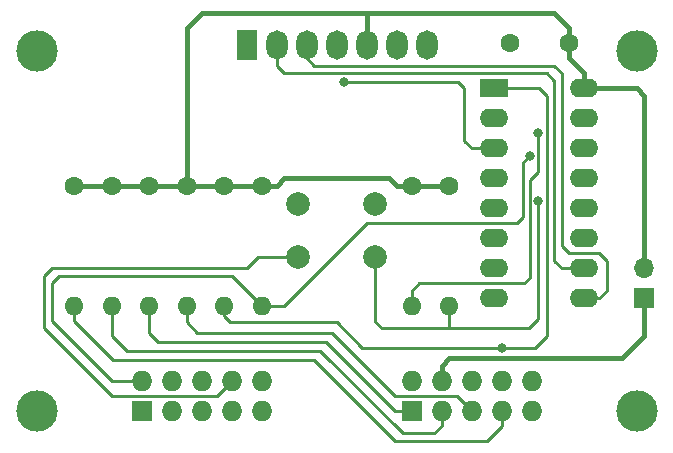
<source format=gtl>
G04 #@! TF.GenerationSoftware,KiCad,Pcbnew,(5.1.8)-1*
G04 #@! TF.CreationDate,2022-02-20T21:38:46+01:00*
G04 #@! TF.ProjectId,NES,4e45532e-6b69-4636-9164-5f7063625858,rev?*
G04 #@! TF.SameCoordinates,Original*
G04 #@! TF.FileFunction,Copper,L1,Top*
G04 #@! TF.FilePolarity,Positive*
%FSLAX46Y46*%
G04 Gerber Fmt 4.6, Leading zero omitted, Abs format (unit mm)*
G04 Created by KiCad (PCBNEW (5.1.8)-1) date 2022-02-20 21:38:46*
%MOMM*%
%LPD*%
G01*
G04 APERTURE LIST*
G04 #@! TA.AperFunction,ComponentPad*
%ADD10O,1.727200X1.727200*%
G04 #@! TD*
G04 #@! TA.AperFunction,ComponentPad*
%ADD11R,1.727200X1.727200*%
G04 #@! TD*
G04 #@! TA.AperFunction,ComponentPad*
%ADD12C,1.600000*%
G04 #@! TD*
G04 #@! TA.AperFunction,ComponentPad*
%ADD13C,2.000000*%
G04 #@! TD*
G04 #@! TA.AperFunction,ComponentPad*
%ADD14C,3.500000*%
G04 #@! TD*
G04 #@! TA.AperFunction,ComponentPad*
%ADD15R,1.700000X1.700000*%
G04 #@! TD*
G04 #@! TA.AperFunction,ComponentPad*
%ADD16O,1.700000X1.700000*%
G04 #@! TD*
G04 #@! TA.AperFunction,ComponentPad*
%ADD17O,1.600000X1.600000*%
G04 #@! TD*
G04 #@! TA.AperFunction,ComponentPad*
%ADD18R,2.400000X1.600000*%
G04 #@! TD*
G04 #@! TA.AperFunction,ComponentPad*
%ADD19O,2.400000X1.600000*%
G04 #@! TD*
G04 #@! TA.AperFunction,ComponentPad*
%ADD20R,1.800000X2.500000*%
G04 #@! TD*
G04 #@! TA.AperFunction,ComponentPad*
%ADD21O,1.800000X2.500000*%
G04 #@! TD*
G04 #@! TA.AperFunction,ViaPad*
%ADD22C,0.800000*%
G04 #@! TD*
G04 #@! TA.AperFunction,Conductor*
%ADD23C,0.381000*%
G04 #@! TD*
G04 #@! TA.AperFunction,Conductor*
%ADD24C,0.250000*%
G04 #@! TD*
G04 APERTURE END LIST*
D10*
X160655000Y-105410000D03*
X158115000Y-105410000D03*
X155575000Y-105410000D03*
X153035000Y-105410000D03*
X150495000Y-105410000D03*
X160655000Y-107950000D03*
X158115000Y-107950000D03*
X155575000Y-107950000D03*
X153035000Y-107950000D03*
D11*
X150495000Y-107950000D03*
D12*
X163830000Y-76835000D03*
X158830000Y-76835000D03*
D11*
X127635000Y-107950000D03*
D10*
X130175000Y-107950000D03*
X132715000Y-107950000D03*
X135255000Y-107950000D03*
X137795000Y-107950000D03*
X127635000Y-105410000D03*
X130175000Y-105410000D03*
X132715000Y-105410000D03*
X135255000Y-105410000D03*
X137795000Y-105410000D03*
D13*
X140895000Y-94960000D03*
X140895000Y-90460000D03*
X147395000Y-94960000D03*
X147395000Y-90460000D03*
D14*
X118745000Y-107950000D03*
X169545000Y-107950000D03*
X169545000Y-77470000D03*
X118745000Y-77455001D03*
D15*
X170180000Y-98425000D03*
D16*
X170180000Y-95885000D03*
D17*
X134620000Y-99060000D03*
D12*
X134620000Y-88900000D03*
X150495000Y-88900000D03*
D17*
X150495000Y-99060000D03*
X137795000Y-99060000D03*
D12*
X137795000Y-88900000D03*
X153670000Y-88900000D03*
D17*
X153670000Y-99060000D03*
X128270000Y-99060000D03*
D12*
X128270000Y-88900000D03*
X125095000Y-88900000D03*
D17*
X125095000Y-99060000D03*
X131445000Y-99060000D03*
D12*
X131445000Y-88900000D03*
X121920000Y-88900000D03*
D17*
X121920000Y-99060000D03*
D18*
X157480000Y-80645000D03*
D19*
X165100000Y-98425000D03*
X157480000Y-83185000D03*
X165100000Y-95885000D03*
X157480000Y-85725000D03*
X165100000Y-93345000D03*
X157480000Y-88265000D03*
X165100000Y-90805000D03*
X157480000Y-90805000D03*
X165100000Y-88265000D03*
X157480000Y-93345000D03*
X165100000Y-85725000D03*
X157480000Y-95885000D03*
X165100000Y-83185000D03*
X157480000Y-98425000D03*
X165100000Y-80645000D03*
D20*
X136525000Y-76962000D03*
D21*
X139065000Y-76962000D03*
X141605000Y-76962000D03*
X144145000Y-76962000D03*
X146685000Y-76962000D03*
X149225000Y-76962000D03*
X151765000Y-76962000D03*
D22*
X160475000Y-86360000D03*
X161200000Y-90170000D03*
X158115000Y-102616000D03*
X161200000Y-84455000D03*
X144780000Y-80100000D03*
D23*
X134620000Y-88900000D02*
X131445000Y-88900000D01*
X137795000Y-88900000D02*
X136207500Y-88900000D01*
X136207500Y-88900000D02*
X134620000Y-88900000D01*
X128270000Y-88900000D02*
X131445000Y-88900000D01*
X150495000Y-88900000D02*
X149225000Y-88900000D01*
X149225000Y-88900000D02*
X148590000Y-88265000D01*
X148590000Y-88265000D02*
X139700000Y-88265000D01*
X139065000Y-88900000D02*
X137795000Y-88900000D01*
X139700000Y-88265000D02*
X139065000Y-88900000D01*
X128270000Y-88900000D02*
X125095000Y-88900000D01*
X125095000Y-88900000D02*
X121920000Y-88900000D01*
X163830000Y-75565000D02*
X163830000Y-76835000D01*
X147320000Y-74295000D02*
X162560000Y-74295000D01*
X162560000Y-74295000D02*
X163830000Y-75565000D01*
X146685000Y-76962000D02*
X146685000Y-74930000D01*
X163830000Y-78105000D02*
X163830000Y-76835000D01*
X165100000Y-79375000D02*
X163830000Y-78105000D01*
X165100000Y-80645000D02*
X165100000Y-79375000D01*
X131445000Y-81915000D02*
X131445000Y-88900000D01*
X131445000Y-75565000D02*
X131445000Y-81915000D01*
X132715000Y-74295000D02*
X131445000Y-75565000D01*
X146685000Y-74930000D02*
X146685000Y-74295000D01*
X146685000Y-74295000D02*
X132715000Y-74295000D01*
X147320000Y-74295000D02*
X146685000Y-74295000D01*
X150495000Y-88900000D02*
X153670000Y-88900000D01*
X169545000Y-80645000D02*
X165100000Y-80645000D01*
X170180000Y-81280000D02*
X169545000Y-80645000D01*
X170180000Y-95885000D02*
X170180000Y-81280000D01*
X168275000Y-103505000D02*
X170180000Y-101600000D01*
X153670000Y-103505000D02*
X168275000Y-103505000D01*
X153035000Y-104140000D02*
X153670000Y-103505000D01*
X153035000Y-105410000D02*
X153035000Y-104140000D01*
X170180000Y-101600000D02*
X170180000Y-98425000D01*
D24*
X139700000Y-99060000D02*
X137795000Y-99060000D01*
X146685000Y-92075000D02*
X139700000Y-99060000D01*
X159385000Y-92075000D02*
X146685000Y-92075000D01*
X159930000Y-91530000D02*
X159385000Y-92075000D01*
X159930000Y-86905000D02*
X159930000Y-91530000D01*
X160475000Y-86360000D02*
X159930000Y-86905000D01*
X136995001Y-98260001D02*
X137795000Y-99060000D01*
X135255000Y-96520000D02*
X136995001Y-98260001D01*
X120650000Y-96520000D02*
X135255000Y-96520000D01*
X120015000Y-97155000D02*
X120650000Y-96520000D01*
X120015000Y-100330000D02*
X120015000Y-97155000D01*
X125095000Y-105410000D02*
X120015000Y-100330000D01*
X127635000Y-105410000D02*
X125095000Y-105410000D01*
X161200000Y-91530000D02*
X161200000Y-90170000D01*
X147395000Y-94960000D02*
X147395000Y-100405000D01*
X147395000Y-100405000D02*
X147955000Y-100965000D01*
X147955000Y-100965000D02*
X153035000Y-100965000D01*
X153035000Y-100965000D02*
X160401000Y-100965000D01*
X161200000Y-100166000D02*
X161200000Y-91530000D01*
X160401000Y-100965000D02*
X161200000Y-100166000D01*
X153670000Y-100965000D02*
X153670000Y-99060000D01*
X153035000Y-100965000D02*
X153670000Y-100965000D01*
X136525000Y-95885000D02*
X137450000Y-94960000D01*
X120015000Y-95885000D02*
X136525000Y-95885000D01*
X119380000Y-96520000D02*
X120015000Y-95885000D01*
X119380000Y-100965000D02*
X119380000Y-96520000D01*
X137450000Y-94960000D02*
X140895000Y-94960000D01*
X125095000Y-106680000D02*
X119380000Y-100965000D01*
X133985000Y-106680000D02*
X125095000Y-106680000D01*
X135255000Y-105410000D02*
X133985000Y-106680000D01*
X161925000Y-81280000D02*
X161925000Y-101600008D01*
X161290000Y-80645000D02*
X161925000Y-81280000D01*
X157480000Y-80645000D02*
X161290000Y-80645000D01*
X160909008Y-102616000D02*
X161925000Y-101600008D01*
X158115000Y-102616000D02*
X160909008Y-102616000D01*
X134620000Y-99949000D02*
X134620000Y-99060000D01*
X135128000Y-100457000D02*
X134620000Y-99949000D01*
X144145000Y-100457000D02*
X135128000Y-100457000D01*
X146304000Y-102616000D02*
X144145000Y-100457000D01*
X158115000Y-102616000D02*
X146304000Y-102616000D01*
X161200000Y-87720000D02*
X161200000Y-84455000D01*
X160474999Y-88445001D02*
X161200000Y-87720000D01*
X160474999Y-96700001D02*
X160474999Y-88445001D01*
X160020000Y-97155000D02*
X160474999Y-96700001D01*
X151130000Y-97155000D02*
X160020000Y-97155000D01*
X150495000Y-97790000D02*
X151130000Y-97155000D01*
X150495000Y-99060000D02*
X150495000Y-97790000D01*
X158115000Y-109220000D02*
X158115000Y-107950000D01*
X156845000Y-110490000D02*
X158115000Y-109220000D01*
X149098000Y-110490000D02*
X156845000Y-110490000D01*
X142240000Y-103632000D02*
X149098000Y-110490000D01*
X121920000Y-100330000D02*
X125222000Y-103632000D01*
X121920000Y-99060000D02*
X121920000Y-100330000D01*
X125222000Y-103632000D02*
X142240000Y-103632000D01*
X132334000Y-101346000D02*
X131445000Y-100457000D01*
X143764000Y-101346000D02*
X132334000Y-101346000D01*
X154305000Y-106680000D02*
X149098000Y-106680000D01*
X131445000Y-100457000D02*
X131445000Y-99060000D01*
X149098000Y-106680000D02*
X143764000Y-101346000D01*
X155575000Y-107950000D02*
X154305000Y-106680000D01*
X153035000Y-107950000D02*
X153035000Y-109220000D01*
X152400000Y-109855000D02*
X149733000Y-109855000D01*
X153035000Y-109220000D02*
X152400000Y-109855000D01*
X149733000Y-109855000D02*
X142748000Y-102870000D01*
X125095000Y-101600000D02*
X126365000Y-102870000D01*
X125095000Y-99060000D02*
X125095000Y-101600000D01*
X142748000Y-102870000D02*
X126365000Y-102870000D01*
X149098000Y-107950000D02*
X150495000Y-107950000D01*
X143256000Y-102108000D02*
X149098000Y-107950000D01*
X128270000Y-101346000D02*
X129032000Y-102108000D01*
X128270000Y-99060000D02*
X128270000Y-101346000D01*
X129032000Y-102108000D02*
X143256000Y-102108000D01*
X165100000Y-95885000D02*
X163195000Y-95885000D01*
X163195000Y-95885000D02*
X162560000Y-95250000D01*
X162560000Y-95250000D02*
X162560000Y-80010000D01*
X162560000Y-80010000D02*
X161925000Y-79375000D01*
X161925000Y-79375000D02*
X139700000Y-79375000D01*
X139065000Y-78740000D02*
X139065000Y-76962000D01*
X139700000Y-79375000D02*
X139065000Y-78740000D01*
X142240000Y-78740000D02*
X141605000Y-78105000D01*
X141605000Y-78105000D02*
X141605000Y-76962000D01*
X162560000Y-78740000D02*
X142240000Y-78740000D01*
X163195000Y-79375000D02*
X162560000Y-78740000D01*
X166370000Y-94615000D02*
X163830000Y-94615000D01*
X167005000Y-95250000D02*
X166370000Y-94615000D01*
X163195000Y-93980000D02*
X163195000Y-79375000D01*
X167005000Y-97790000D02*
X167005000Y-95250000D01*
X163830000Y-94615000D02*
X163195000Y-93980000D01*
X166370000Y-98425000D02*
X167005000Y-97790000D01*
X165100000Y-98425000D02*
X166370000Y-98425000D01*
X155575000Y-85725000D02*
X154940000Y-85090000D01*
X157480000Y-85725000D02*
X155575000Y-85725000D01*
X154940000Y-80645000D02*
X154940000Y-81280000D01*
X154940000Y-85090000D02*
X154940000Y-80645000D01*
X154940000Y-80645000D02*
X154395000Y-80100000D01*
X154395000Y-80100000D02*
X144780000Y-80100000D01*
M02*

</source>
